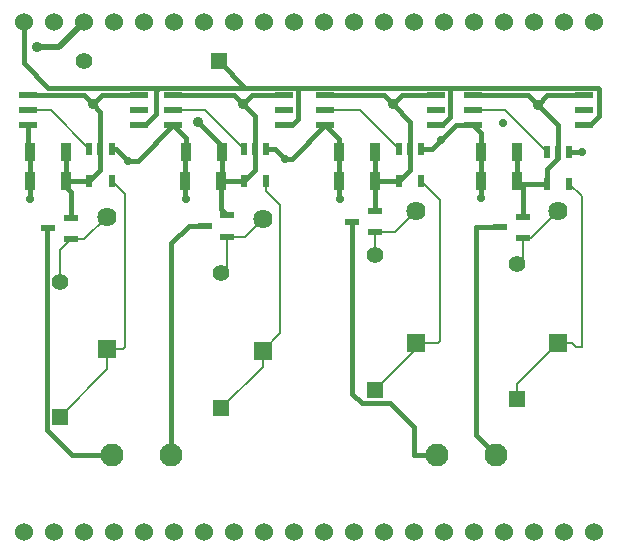
<source format=gbr>
%TF.GenerationSoftware,KiCad,Pcbnew,8.0.8*%
%TF.CreationDate,2025-03-10T22:00:58-04:00*%
%TF.ProjectId,PWM Module 2.0,50574d20-4d6f-4647-956c-6520322e302e,rev?*%
%TF.SameCoordinates,Original*%
%TF.FileFunction,Copper,L1,Top*%
%TF.FilePolarity,Positive*%
%FSLAX46Y46*%
G04 Gerber Fmt 4.6, Leading zero omitted, Abs format (unit mm)*
G04 Created by KiCad (PCBNEW 8.0.8) date 2025-03-10 22:00:58*
%MOMM*%
%LPD*%
G01*
G04 APERTURE LIST*
%TA.AperFunction,SMDPad,CuDef*%
%ADD10R,0.508000X0.977900*%
%TD*%
%TA.AperFunction,SMDPad,CuDef*%
%ADD11R,1.270000X0.558800*%
%TD*%
%TA.AperFunction,SMDPad,CuDef*%
%ADD12R,0.855600X1.600000*%
%TD*%
%TA.AperFunction,ComponentPad*%
%ADD13C,1.950000*%
%TD*%
%TA.AperFunction,ComponentPad*%
%ADD14R,1.625600X1.625600*%
%TD*%
%TA.AperFunction,ComponentPad*%
%ADD15C,1.625600*%
%TD*%
%TA.AperFunction,ComponentPad*%
%ADD16C,1.524000*%
%TD*%
%TA.AperFunction,ComponentPad*%
%ADD17R,1.397000X1.397000*%
%TD*%
%TA.AperFunction,ComponentPad*%
%ADD18C,1.397000*%
%TD*%
%TA.AperFunction,SMDPad,CuDef*%
%ADD19R,1.524000X0.533400*%
%TD*%
%TA.AperFunction,ViaPad*%
%ADD20C,0.900000*%
%TD*%
%TA.AperFunction,ViaPad*%
%ADD21C,0.700000*%
%TD*%
%TA.AperFunction,Conductor*%
%ADD22C,0.400000*%
%TD*%
%TA.AperFunction,Conductor*%
%ADD23C,0.500000*%
%TD*%
%TA.AperFunction,Conductor*%
%ADD24C,0.200000*%
%TD*%
G04 APERTURE END LIST*
D10*
%TO.P,U7,1,VDD*%
%TO.N,12V+*%
X159841502Y-36169500D03*
%TO.P,U7,2,GND*%
%TO.N,GND*%
X158891501Y-36169500D03*
%TO.P,U7,3,IN+*%
%TO.N,Net-(U7-IN+)*%
X157941500Y-36169500D03*
%TO.P,U7,4,IN-*%
%TO.N,GND*%
X157941500Y-38900000D03*
%TO.P,U7,5,OUT*%
%TO.N,Net-(D4-K)*%
X159841502Y-38900000D03*
%TD*%
D11*
%TO.P,Q2,1,G*%
%TO.N,Net-(D2-A)*%
X169640000Y-43594998D03*
%TO.P,Q2,2,S*%
%TO.N,GND*%
X169640000Y-41765000D03*
%TO.P,Q2,3,D*%
%TO.N,Net-(J2-Pin_2)*%
X167709600Y-42679999D03*
%TD*%
D12*
%TO.P,C4,1*%
%TO.N,12V+*%
X166084398Y-38900000D03*
%TO.P,C4,2*%
%TO.N,GND*%
X169140000Y-38900000D03*
%TD*%
%TO.P,C2,1*%
%TO.N,12V+*%
X152913699Y-38900000D03*
%TO.P,C2,2*%
%TO.N,GND*%
X155969301Y-38900000D03*
%TD*%
D13*
%TO.P,J3,1,Pin_1*%
%TO.N,Net-(J3-Pin_1)*%
X187400000Y-62100000D03*
%TO.P,J3,2,Pin_2*%
%TO.N,Net-(J3-Pin_2)*%
X192400000Y-62100000D03*
%TD*%
D14*
%TO.P,D4,1,K*%
%TO.N,Net-(D4-K)*%
X159441500Y-53076000D03*
D15*
%TO.P,D4,2,A*%
%TO.N,Net-(D4-A)*%
X159441500Y-41900000D03*
%TD*%
D14*
%TO.P,D1,1,K*%
%TO.N,Net-(D1-K)*%
X185640000Y-52576000D03*
D15*
%TO.P,D1,2,A*%
%TO.N,Net-(D1-A)*%
X185640000Y-41400000D03*
%TD*%
D11*
%TO.P,Q3,1,G*%
%TO.N,Net-(D3-A)*%
X194640000Y-43729998D03*
%TO.P,Q3,2,S*%
%TO.N,GND*%
X194640000Y-41900000D03*
%TO.P,Q3,3,D*%
%TO.N,Net-(J3-Pin_2)*%
X192709600Y-42814999D03*
%TD*%
D16*
%TO.P,J5,1,1*%
%TO.N,5V+*%
X152400000Y-25400000D03*
%TO.P,J5,2,2*%
%TO.N,VPWM*%
X154940000Y-25400000D03*
%TO.P,J5,3,3*%
%TO.N,GND*%
X157480000Y-25400000D03*
%TO.P,J5,4,4*%
%TO.N,12V+*%
X160020000Y-25400000D03*
%TO.P,J5,5,5*%
%TO.N,unconnected-(J5-Pad5)*%
X162560000Y-25400000D03*
%TO.P,J5,6,6*%
%TO.N,N/C*%
X165100000Y-25400000D03*
%TO.P,J5,7,7*%
%TO.N,unconnected-(J5-Pad7)*%
X167640000Y-25400000D03*
%TO.P,J5,8,8*%
%TO.N,unconnected-(J5-Pad8)*%
X170180000Y-25400000D03*
%TO.P,J5,9,9*%
%TO.N,N/C*%
X172720000Y-25400000D03*
%TO.P,J5,10,10*%
X175260000Y-25400000D03*
%TO.P,J5,11,11*%
X177800000Y-25400000D03*
%TO.P,J5,12,12*%
%TO.N,unconnected-(J5-Pad12)*%
X180340000Y-25400000D03*
%TO.P,J5,13,13*%
%TO.N,unconnected-(J5-Pad13)*%
X182880000Y-25400000D03*
%TO.P,J5,14,14*%
%TO.N,unconnected-(J5-Pad14)*%
X185420000Y-25400000D03*
%TO.P,J5,15,15*%
%TO.N,unconnected-(J5-Pad15)*%
X187960000Y-25400000D03*
%TO.P,J5,16,16*%
%TO.N,unconnected-(J5-Pad16)*%
X190500000Y-25400000D03*
%TO.P,J5,17,17*%
%TO.N,unconnected-(J5-Pad17)*%
X193040000Y-25400000D03*
%TO.P,J5,18,18*%
%TO.N,unconnected-(J5-Pad18)*%
X195580000Y-25400000D03*
%TO.P,J5,19,19*%
%TO.N,unconnected-(J5-Pad19)*%
X198120000Y-25400000D03*
%TO.P,J5,20,20*%
%TO.N,unconnected-(J5-Pad20)*%
X200660000Y-25400000D03*
%TD*%
D17*
%TO.P,R5,1*%
%TO.N,5V+*%
X168965000Y-28750000D03*
D18*
%TO.P,R5,2*%
%TO.N,VPWM*%
X157535000Y-28750000D03*
%TD*%
D13*
%TO.P,J2,1,Pin_1*%
%TO.N,Net-(J2-Pin_1)*%
X159900000Y-62100000D03*
%TO.P,J2,2,Pin_2*%
%TO.N,Net-(J2-Pin_2)*%
X164900000Y-62100000D03*
%TD*%
D10*
%TO.P,U5,1,VDD*%
%TO.N,12V+*%
X198590001Y-36400000D03*
%TO.P,U5,2,GND*%
%TO.N,GND*%
X197640000Y-36400000D03*
%TO.P,U5,3,IN+*%
%TO.N,Net-(U5-IN+)*%
X196689999Y-36400000D03*
%TO.P,U5,4,IN-*%
%TO.N,GND*%
X196689999Y-39130500D03*
%TO.P,U5,5,OUT*%
%TO.N,Net-(D3-K)*%
X198590001Y-39130500D03*
%TD*%
D12*
%TO.P,C3,1*%
%TO.N,12V+*%
X166112199Y-36400000D03*
%TO.P,C3,2*%
%TO.N,GND*%
X169167801Y-36400000D03*
%TD*%
%TO.P,C5,1*%
%TO.N,12V+*%
X179084398Y-36400000D03*
%TO.P,C5,2*%
%TO.N,GND*%
X182140000Y-36400000D03*
%TD*%
%TO.P,C6,1*%
%TO.N,12V+*%
X179084398Y-38900000D03*
%TO.P,C6,2*%
%TO.N,GND*%
X182140000Y-38900000D03*
%TD*%
D11*
%TO.P,Q4,1,G*%
%TO.N,Net-(D4-A)*%
X156371900Y-43814999D03*
%TO.P,Q4,2,S*%
%TO.N,GND*%
X156371900Y-41985001D03*
%TO.P,Q4,3,D*%
%TO.N,Net-(J2-Pin_1)*%
X154441500Y-42900000D03*
%TD*%
D14*
%TO.P,D3,1,K*%
%TO.N,Net-(D3-K)*%
X197640000Y-52576000D03*
D15*
%TO.P,D3,2,A*%
%TO.N,Net-(D3-A)*%
X197640000Y-41400000D03*
%TD*%
D17*
%TO.P,R3,1*%
%TO.N,Net-(D3-K)*%
X194140000Y-57330000D03*
D18*
%TO.P,R3,2*%
%TO.N,Net-(D3-A)*%
X194140000Y-45900000D03*
%TD*%
D19*
%TO.P,U2,1,1*%
%TO.N,5V+*%
X187339000Y-34170000D03*
%TO.P,U2,2,2*%
%TO.N,unconnected-(U2-Pad2)*%
X187339000Y-32900000D03*
%TO.P,U2,3,3*%
%TO.N,GND*%
X187339000Y-31630000D03*
%TO.P,U2,4,4*%
X177941000Y-31630000D03*
%TO.P,U2,5,5*%
%TO.N,Net-(U1-IN+)*%
X177941000Y-32900000D03*
%TO.P,U2,6,6*%
%TO.N,12V+*%
X177941000Y-34170000D03*
%TD*%
D12*
%TO.P,C1,1*%
%TO.N,12V+*%
X152941500Y-36400000D03*
%TO.P,C1,2*%
%TO.N,GND*%
X155997102Y-36400000D03*
%TD*%
D19*
%TO.P,U6,1,1*%
%TO.N,5V+*%
X199839000Y-34170000D03*
%TO.P,U6,2,2*%
%TO.N,unconnected-(U6-Pad2)*%
X199839000Y-32900000D03*
%TO.P,U6,3,3*%
%TO.N,GND*%
X199839000Y-31630000D03*
%TO.P,U6,4,4*%
X190441000Y-31630000D03*
%TO.P,U6,5,5*%
%TO.N,Net-(U5-IN+)*%
X190441000Y-32900000D03*
%TO.P,U6,6,6*%
%TO.N,12V+*%
X190441000Y-34170000D03*
%TD*%
D12*
%TO.P,C7,1*%
%TO.N,12V+*%
X191084398Y-36400000D03*
%TO.P,C7,2*%
%TO.N,GND*%
X194140000Y-36400000D03*
%TD*%
D17*
%TO.P,R1,1*%
%TO.N,Net-(D1-K)*%
X182140000Y-56615000D03*
D18*
%TO.P,R1,2*%
%TO.N,Net-(D1-A)*%
X182140000Y-45185000D03*
%TD*%
D17*
%TO.P,R4,1*%
%TO.N,Net-(D4-K)*%
X155441500Y-58830000D03*
D18*
%TO.P,R4,2*%
%TO.N,Net-(D4-A)*%
X155441500Y-47400000D03*
%TD*%
D10*
%TO.P,U3,1,VDD*%
%TO.N,12V+*%
X172941500Y-36169500D03*
%TO.P,U3,2,GND*%
%TO.N,GND*%
X171991499Y-36169500D03*
%TO.P,U3,3,IN+*%
%TO.N,Net-(U3-IN+)*%
X171041498Y-36169500D03*
%TO.P,U3,4,IN-*%
%TO.N,GND*%
X171041498Y-38900000D03*
%TO.P,U3,5,OUT*%
%TO.N,Net-(D2-K)*%
X172941500Y-38900000D03*
%TD*%
D11*
%TO.P,Q1,1,G*%
%TO.N,Net-(D1-A)*%
X182140000Y-43229998D03*
%TO.P,Q1,2,S*%
%TO.N,GND*%
X182140000Y-41400000D03*
%TO.P,Q1,3,D*%
%TO.N,Net-(J3-Pin_1)*%
X180209600Y-42314999D03*
%TD*%
D17*
%TO.P,R2,1*%
%TO.N,Net-(D2-K)*%
X169140000Y-58115000D03*
D18*
%TO.P,R2,2*%
%TO.N,Net-(D2-A)*%
X169140000Y-46685000D03*
%TD*%
D19*
%TO.P,U8,1,1*%
%TO.N,5V+*%
X162140500Y-34170000D03*
%TO.P,U8,2,2*%
%TO.N,unconnected-(U8-Pad2)*%
X162140500Y-32900000D03*
%TO.P,U8,3,3*%
%TO.N,GND*%
X162140500Y-31630000D03*
%TO.P,U8,4,4*%
X152742500Y-31630000D03*
%TO.P,U8,5,5*%
%TO.N,Net-(U7-IN+)*%
X152742500Y-32900000D03*
%TO.P,U8,6,6*%
%TO.N,12V+*%
X152742500Y-34170000D03*
%TD*%
D10*
%TO.P,U1,1,VDD*%
%TO.N,12V+*%
X186040002Y-36169500D03*
%TO.P,U1,2,GND*%
%TO.N,GND*%
X185090001Y-36169500D03*
%TO.P,U1,3,IN+*%
%TO.N,Net-(U1-IN+)*%
X184140000Y-36169500D03*
%TO.P,U1,4,IN-*%
%TO.N,GND*%
X184140000Y-38900000D03*
%TO.P,U1,5,OUT*%
%TO.N,Net-(D1-K)*%
X186040002Y-38900000D03*
%TD*%
D14*
%TO.P,D2,1,K*%
%TO.N,Net-(D2-K)*%
X172640000Y-53289500D03*
D15*
%TO.P,D2,2,A*%
%TO.N,Net-(D2-A)*%
X172640000Y-42113500D03*
%TD*%
D19*
%TO.P,U4,1,1*%
%TO.N,5V+*%
X174441500Y-34170000D03*
%TO.P,U4,2,2*%
%TO.N,unconnected-(U4-Pad2)*%
X174441500Y-32900000D03*
%TO.P,U4,3,3*%
%TO.N,GND*%
X174441500Y-31630000D03*
%TO.P,U4,4,4*%
X165043500Y-31630000D03*
%TO.P,U4,5,5*%
%TO.N,Net-(U3-IN+)*%
X165043500Y-32900000D03*
%TO.P,U4,6,6*%
%TO.N,12V+*%
X165043500Y-34170000D03*
%TD*%
D16*
%TO.P,J5,1,1*%
%TO.N,N/C*%
X152400000Y-68580000D03*
%TO.P,J5,2,2*%
X154940000Y-68580000D03*
%TO.P,J5,3,3*%
X157480000Y-68580000D03*
%TO.P,J5,4,4*%
X160020000Y-68580000D03*
%TO.P,J5,5,5*%
X162560000Y-68580000D03*
%TO.P,J5,6,6*%
X165100000Y-68580000D03*
%TO.P,J5,7,7*%
X167640000Y-68580000D03*
%TO.P,J5,8,8*%
X170180000Y-68580000D03*
%TO.P,J5,9,9*%
X172720000Y-68580000D03*
%TO.P,J5,10,10*%
X175260000Y-68580000D03*
%TO.P,J5,11,11*%
X177800000Y-68580000D03*
%TO.P,J5,12,12*%
X180340000Y-68580000D03*
%TO.P,J5,13,13*%
X182880000Y-68580000D03*
%TO.P,J5,14,14*%
X185420000Y-68580000D03*
%TO.P,J5,15,15*%
X187960000Y-68580000D03*
%TO.P,J5,16,16*%
X190500000Y-68580000D03*
%TO.P,J5,17,17*%
X193040000Y-68580000D03*
%TO.P,J5,18,18*%
X195580000Y-68580000D03*
%TO.P,J5,19,19*%
X198120000Y-68580000D03*
%TO.P,J5,20,20*%
X200660000Y-68580000D03*
%TD*%
D12*
%TO.P,C8,1*%
%TO.N,12V+*%
X191084398Y-38900000D03*
%TO.P,C8,2*%
%TO.N,GND*%
X194140000Y-38900000D03*
%TD*%
D20*
%TO.N,GND*%
X167140000Y-33900000D03*
X195918959Y-32418959D03*
X171000000Y-32400000D03*
X183640000Y-32400000D03*
X158250000Y-32400000D03*
X153500000Y-27500000D03*
D21*
%TO.N,Net-(U1-VDD)*%
X193000000Y-34000000D03*
%TO.N,12V+*%
X191084398Y-40344398D03*
X166140000Y-40400000D03*
X187688850Y-35448850D03*
X152941500Y-40400000D03*
X174500000Y-37000000D03*
X161191500Y-37150000D03*
X179140000Y-40400000D03*
X199640000Y-36400000D03*
%TD*%
D22*
%TO.N,GND*%
X159020000Y-31630000D02*
X162140500Y-31630000D01*
X182140000Y-38900000D02*
X182140000Y-41400000D01*
X170230000Y-31630000D02*
X171000000Y-32400000D01*
X171991499Y-37949999D02*
X171041498Y-38900000D01*
X152742500Y-31630000D02*
X157480000Y-31630000D01*
X171991499Y-36169500D02*
X171991499Y-37949999D01*
X156371900Y-39774798D02*
X156371900Y-41985001D01*
X194370500Y-39130500D02*
X194140000Y-38900000D01*
X165043500Y-31630000D02*
X170230000Y-31630000D01*
X185090001Y-36169500D02*
X185090001Y-33850001D01*
X155997102Y-36400000D02*
X155997102Y-38872199D01*
X169140000Y-38900000D02*
X171041498Y-38900000D01*
X171991499Y-33391499D02*
X171000000Y-32400000D01*
D23*
X155380000Y-27500000D02*
X157480000Y-25400000D01*
D22*
X196707918Y-31630000D02*
X199839000Y-31630000D01*
X185090001Y-33850001D02*
X183640000Y-32400000D01*
X196689999Y-37850001D02*
X196689999Y-39130500D01*
X171991499Y-36169500D02*
X171991499Y-33391499D01*
X184410000Y-31630000D02*
X187339000Y-31630000D01*
X155969301Y-39372199D02*
X156371900Y-39774798D01*
X169167801Y-35927801D02*
X167140000Y-33900000D01*
X169167801Y-36400000D02*
X169167801Y-35927801D01*
X177941000Y-31630000D02*
X182870000Y-31630000D01*
X158891501Y-33041501D02*
X158250000Y-32400000D01*
X171770000Y-31630000D02*
X174441500Y-31630000D01*
X184140000Y-38900000D02*
X182140000Y-38900000D01*
X158250000Y-32400000D02*
X159020000Y-31630000D01*
X194640000Y-41900000D02*
X194640000Y-39400000D01*
X184140000Y-38900000D02*
X185090001Y-37949999D01*
X169140000Y-41265000D02*
X169640000Y-41765000D01*
X182140000Y-36400000D02*
X182140000Y-38900000D01*
X197640000Y-34140000D02*
X195918959Y-32418959D01*
X197640000Y-36400000D02*
X197640000Y-34140000D01*
D23*
X153500000Y-27500000D02*
X155380000Y-27500000D01*
D22*
X195918959Y-32418959D02*
X196707918Y-31630000D01*
X194140000Y-36400000D02*
X194140000Y-38900000D01*
X195918959Y-32418959D02*
X195130000Y-31630000D01*
X158891501Y-37949999D02*
X158891501Y-36169500D01*
X185090001Y-37949999D02*
X185090001Y-36169500D01*
X194640000Y-39400000D02*
X194140000Y-38900000D01*
X158891501Y-36169500D02*
X158891501Y-33041501D01*
X155969301Y-38900000D02*
X157941500Y-38900000D01*
X155997102Y-38872199D02*
X155969301Y-38900000D01*
X195130000Y-31630000D02*
X190441000Y-31630000D01*
X169167801Y-36400000D02*
X169167801Y-38872199D01*
X157480000Y-31630000D02*
X158250000Y-32400000D01*
X197640000Y-36900000D02*
X196689999Y-37850001D01*
X169140000Y-38900000D02*
X169140000Y-41265000D01*
X196689999Y-39130500D02*
X194370500Y-39130500D01*
X182870000Y-31630000D02*
X183640000Y-32400000D01*
X171000000Y-32400000D02*
X171770000Y-31630000D01*
X155969301Y-38900000D02*
X155969301Y-39372199D01*
X157941500Y-38900000D02*
X158891501Y-37949999D01*
X169167801Y-38872199D02*
X169140000Y-38900000D01*
X197640000Y-36400000D02*
X197640000Y-36900000D01*
X183640000Y-32400000D02*
X184410000Y-31630000D01*
D24*
%TO.N,Net-(D1-A)*%
X182140000Y-45185000D02*
X182140000Y-43229998D01*
X183810002Y-43229998D02*
X185640000Y-41400000D01*
X182140000Y-43229998D02*
X183810002Y-43229998D01*
%TO.N,Net-(D1-K)*%
X182140000Y-56615000D02*
X185640000Y-53115000D01*
X187640000Y-52400000D02*
X187464000Y-52576000D01*
X187640000Y-40499998D02*
X187640000Y-52400000D01*
X186040002Y-38900000D02*
X187640000Y-40499998D01*
X185640000Y-53115000D02*
X185640000Y-52576000D01*
X187464000Y-52576000D02*
X185640000Y-52576000D01*
%TO.N,Net-(D2-K)*%
X172640000Y-53289500D02*
X174140000Y-51789500D01*
X172941500Y-39701500D02*
X172941500Y-38900000D01*
X172640000Y-53289500D02*
X172640000Y-54615000D01*
X172640000Y-54615000D02*
X169140000Y-58115000D01*
X174140000Y-40900000D02*
X172941500Y-39701500D01*
X174140000Y-51789500D02*
X174140000Y-40900000D01*
%TO.N,Net-(D2-A)*%
X169640000Y-43594998D02*
X169640000Y-46185000D01*
X169640000Y-46185000D02*
X169140000Y-46685000D01*
X171158502Y-43594998D02*
X172640000Y-42113500D01*
X169640000Y-43594998D02*
X171158502Y-43594998D01*
%TO.N,Net-(D3-K)*%
X199140000Y-52900000D02*
X198816000Y-52576000D01*
X194140000Y-56076000D02*
X197640000Y-52576000D01*
X198816000Y-52576000D02*
X197640000Y-52576000D01*
X199640000Y-52900000D02*
X199140000Y-52900000D01*
X199640000Y-40180499D02*
X199640000Y-52900000D01*
X198590001Y-39130500D02*
X199640000Y-40180499D01*
X194140000Y-57330000D02*
X194140000Y-56076000D01*
%TO.N,Net-(D3-A)*%
X194640000Y-43729998D02*
X194640000Y-45400000D01*
X194640000Y-43729998D02*
X195310002Y-43729998D01*
X195310002Y-43729998D02*
X197640000Y-41400000D01*
X194640000Y-45400000D02*
X194140000Y-45900000D01*
%TO.N,Net-(D4-K)*%
X160941500Y-52900000D02*
X160765500Y-53076000D01*
X160765500Y-53076000D02*
X159441500Y-53076000D01*
X159841502Y-38900000D02*
X160941500Y-39999998D01*
X159441500Y-53076000D02*
X159441500Y-54830000D01*
X159441500Y-54830000D02*
X155441500Y-58830000D01*
X160941500Y-39999998D02*
X160941500Y-52900000D01*
%TO.N,Net-(D4-A)*%
X155441500Y-44745399D02*
X156371900Y-43814999D01*
X157526501Y-43814999D02*
X159441500Y-41900000D01*
X156371900Y-43814999D02*
X157526501Y-43814999D01*
X155441500Y-47400000D02*
X155441500Y-44745399D01*
D22*
%TO.N,Net-(J2-Pin_2)*%
X164900000Y-44140000D02*
X164900000Y-62100000D01*
X166360001Y-42679999D02*
X164900000Y-44140000D01*
X167709600Y-42679999D02*
X166360001Y-42679999D01*
%TO.N,Net-(J3-Pin_2)*%
X190725001Y-42814999D02*
X190725001Y-60425001D01*
X192709600Y-42814999D02*
X190725001Y-42814999D01*
X190725001Y-60425001D02*
X192400000Y-62100000D01*
%TO.N,Net-(J3-Pin_1)*%
X185428000Y-59716000D02*
X183425500Y-57713500D01*
X187400000Y-62100000D02*
X185428000Y-62100000D01*
X183425500Y-57713500D02*
X181041500Y-57713500D01*
X185428000Y-62100000D02*
X185428000Y-59716000D01*
X180209600Y-56881600D02*
X180209600Y-42314999D01*
X181041500Y-57713500D02*
X180209600Y-56881600D01*
D24*
%TO.N,Net-(U1-IN+)*%
X180870500Y-32900000D02*
X177941000Y-32900000D01*
X184140000Y-36169500D02*
X180870500Y-32900000D01*
%TO.N,Net-(U3-IN+)*%
X167771998Y-32900000D02*
X171041498Y-36169500D01*
X165043500Y-32900000D02*
X167771998Y-32900000D01*
%TO.N,Net-(U5-IN+)*%
X193189999Y-32900000D02*
X190441000Y-32900000D01*
X196689999Y-36400000D02*
X193189999Y-32900000D01*
%TO.N,Net-(U7-IN+)*%
X154672000Y-32900000D02*
X152742500Y-32900000D01*
X157941500Y-36169500D02*
X154672000Y-32900000D01*
D22*
%TO.N,Net-(J2-Pin_1)*%
X156514500Y-62100000D02*
X159900000Y-62100000D01*
X154343000Y-42998500D02*
X154343000Y-59928500D01*
X154343000Y-59928500D02*
X156514500Y-62100000D01*
X154441500Y-42900000D02*
X154343000Y-42998500D01*
%TO.N,5V+*%
X187830000Y-34170000D02*
X187339000Y-34170000D01*
X201001000Y-30963300D02*
X188501000Y-30963300D01*
X201140000Y-31102300D02*
X201140000Y-33364300D01*
X175603500Y-30963300D02*
X175603500Y-33646500D01*
X154463300Y-30963300D02*
X152400000Y-28900000D01*
X152400000Y-28900000D02*
X152400000Y-25400000D01*
X171750000Y-30963300D02*
X171178300Y-30963300D01*
X175603500Y-30963300D02*
X171750000Y-30963300D01*
X175080000Y-34170000D02*
X174441500Y-34170000D01*
X162635800Y-34170000D02*
X162140500Y-34170000D01*
X163881500Y-30963300D02*
X163640000Y-31204800D01*
X174441500Y-34170000D02*
X173946200Y-34170000D01*
X188501000Y-33499000D02*
X187830000Y-34170000D01*
X163640000Y-33165800D02*
X162635800Y-34170000D01*
X188501000Y-30963300D02*
X188501000Y-33499000D01*
X188501000Y-30963300D02*
X175603500Y-30963300D01*
X175603500Y-33646500D02*
X175080000Y-34170000D01*
X171178300Y-30963300D02*
X168965000Y-28750000D01*
X199839000Y-34170000D02*
X199410000Y-34170000D01*
X171750000Y-30963300D02*
X163881500Y-30963300D01*
X200334300Y-34170000D02*
X199839000Y-34170000D01*
X163640000Y-31204800D02*
X163640000Y-33165800D01*
X201140000Y-33364300D02*
X200334300Y-34170000D01*
X163881500Y-30963300D02*
X154463300Y-30963300D01*
X201140000Y-31102300D02*
X201001000Y-30963300D01*
%TO.N,12V+*%
X191084398Y-36400000D02*
X191084398Y-34813398D01*
X179084398Y-40344398D02*
X179140000Y-40400000D01*
X173669500Y-36169500D02*
X172941500Y-36169500D01*
X152742500Y-35701000D02*
X152742500Y-34170000D01*
X160211000Y-36169500D02*
X161191500Y-37150000D01*
X152913699Y-40372199D02*
X152941500Y-40400000D01*
X159841502Y-36169500D02*
X160211000Y-36169500D01*
X166112199Y-35238699D02*
X165043500Y-34170000D01*
X179084398Y-36400000D02*
X179084398Y-38900000D01*
X179084398Y-38900000D02*
X179084398Y-40344398D01*
X166140000Y-40400000D02*
X166084398Y-40344398D01*
X162063500Y-37150000D02*
X161191500Y-37150000D01*
X174500000Y-37000000D02*
X173669500Y-36169500D01*
X191084398Y-34813398D02*
X190441000Y-34170000D01*
X166084398Y-38900000D02*
X166084398Y-36427801D01*
X175111000Y-37000000D02*
X177941000Y-34170000D01*
X152913699Y-36927801D02*
X152913699Y-38900000D01*
X186968200Y-36169500D02*
X187688850Y-35448850D01*
X198590001Y-36400000D02*
X199640000Y-36400000D01*
X152941500Y-36400000D02*
X152941500Y-36900000D01*
X188967700Y-34170000D02*
X190441000Y-34170000D01*
X152941500Y-35900000D02*
X152742500Y-35701000D01*
X152941500Y-36900000D02*
X152913699Y-36927801D01*
X186040002Y-36169500D02*
X186968200Y-36169500D01*
X152913699Y-38900000D02*
X152913699Y-40372199D01*
X166112199Y-36400000D02*
X166112199Y-35238699D01*
X152941500Y-36400000D02*
X152941500Y-35900000D01*
X187688850Y-35448850D02*
X188967700Y-34170000D01*
X191084398Y-36400000D02*
X191084398Y-38900000D01*
X191084398Y-38900000D02*
X191084398Y-40344398D01*
X165043500Y-34170000D02*
X162063500Y-37150000D01*
X187688850Y-35448850D02*
X188401000Y-34736700D01*
X179084398Y-35313398D02*
X177941000Y-34170000D01*
X174500000Y-37000000D02*
X175111000Y-37000000D01*
X166084398Y-40344398D02*
X166084398Y-38900000D01*
X179084398Y-36400000D02*
X179084398Y-35313398D01*
X166084398Y-36427801D02*
X166112199Y-36400000D01*
%TD*%
M02*

</source>
